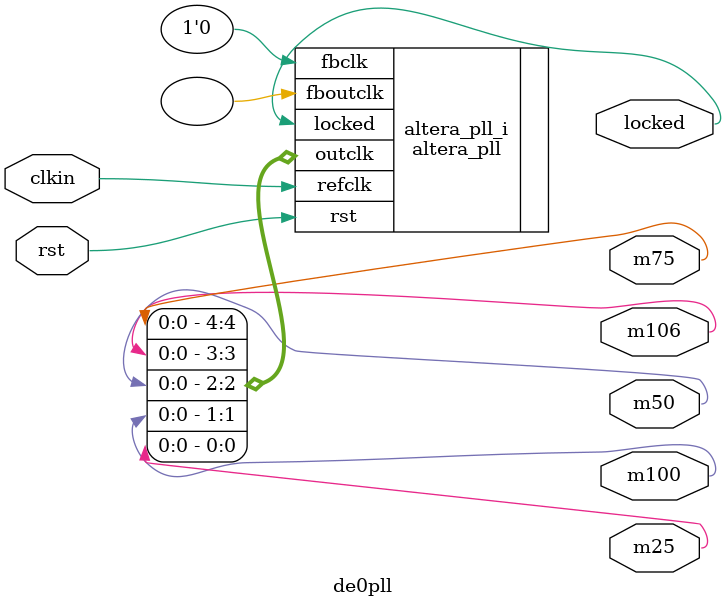
<source format=v>
module de0pll(

    input wire clkin,
    input wire rst,

    output wire m25,
    output wire m50,
    output wire m75,
    output wire m100,
    output wire m106,

    output wire locked
);

altera_pll #(
    .fractional_vco_multiplier("false"),
    .reference_clock_frequency("50.0 MHz"),
    .operation_mode("normal"),
    .number_of_clocks(5),
    .output_clock_frequency0("25.0 MHz"),
    .phase_shift0("0 ps"),
    .duty_cycle0(50),
    .output_clock_frequency1("100.0 MHz"),
    .phase_shift1("0 ps"),
    .duty_cycle1(50),
    .output_clock_frequency2("50 MHz"),
    .phase_shift2("0 ps"),
    .duty_cycle2(50),
    .output_clock_frequency3("106 MHz"),
    .phase_shift3("0 ps"),
    .duty_cycle3(50),
    .output_clock_frequency4("75 MHz"),
    .phase_shift4("0 ps"),
    .duty_cycle4(50),
    .output_clock_frequency5("0 MHz"),
    .phase_shift5("0 ps"),
    .duty_cycle5(50),
    .output_clock_frequency6("0 MHz"),
    .phase_shift6("0 ps"),
    .duty_cycle6(50),
    .output_clock_frequency7("0 MHz"),
    .phase_shift7("0 ps"),
    .duty_cycle7(50),
    .output_clock_frequency8("0 MHz"),
    .phase_shift8("0 ps"),
    .duty_cycle8(50),
    .output_clock_frequency9("0 MHz"),
    .phase_shift9("0 ps"),
    .duty_cycle9(50),
    .output_clock_frequency10("0 MHz"),
    .phase_shift10("0 ps"),
    .duty_cycle10(50),
    .output_clock_frequency11("0 MHz"),
    .phase_shift11("0 ps"),
    .duty_cycle11(50),
    .output_clock_frequency12("0 MHz"),
    .phase_shift12("0 ps"),
    .duty_cycle12(50),
    .output_clock_frequency13("0 MHz"),
    .phase_shift13("0 ps"),
    .duty_cycle13(50),
    .output_clock_frequency14("0 MHz"),
    .phase_shift14("0 ps"),
    .duty_cycle14(50),
    .output_clock_frequency15("0 MHz"),
    .phase_shift15("0 ps"),
    .duty_cycle15(50),
    .output_clock_frequency16("0 MHz"),
    .phase_shift16("0 ps"),
    .duty_cycle16(50),
    .output_clock_frequency17("0 MHz"),
    .phase_shift17("0 ps"),
    .duty_cycle17(50),
    .pll_type("General"),
    .pll_subtype("General")
)
altera_pll_i (
    .rst (rst),
    .outclk ({m75, m106, m50, m100, m25}),
    .locked (locked),
    .fboutclk ( ),
    .fbclk (1'b0),
    .refclk (clkin)
);

endmodule

</source>
